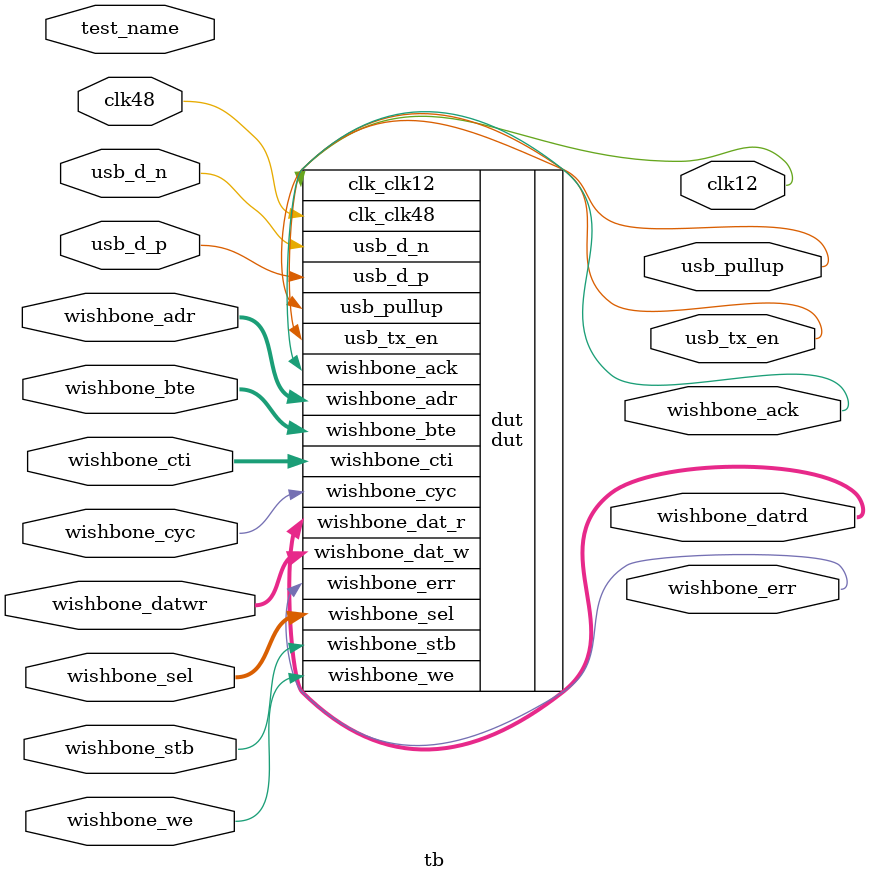
<source format=v>
`timescale 1ps / 1ps

module tb(
	input clk48,
	output clk12,
	inout usb_d_p,
	inout usb_d_n,
	output usb_pullup,
	output usb_tx_en,
	input [29:0] wishbone_adr,
	output [31:0] wishbone_datrd,
	input [31:0] wishbone_datwr,
	input [3:0] wishbone_sel,
	input wishbone_cyc,
	input wishbone_stb,
	output wishbone_ack,
	input wishbone_we,
	input [2:0] wishbone_cti,
	input [1:0] wishbone_bte,
	input [4095:0] test_name,
	output wishbone_err
);

dut dut (
	.clk_clk48(clk48),
	.clk_clk12(clk12),
	.usb_d_p(usb_d_p),
	.usb_d_n(usb_d_n),
	.usb_pullup(usb_pullup),
	.usb_tx_en(usb_tx_en),
	.wishbone_adr(wishbone_adr),
	.wishbone_dat_r(wishbone_datrd),
	.wishbone_dat_w(wishbone_datwr),
	.wishbone_sel(wishbone_sel),
	.wishbone_cyc(wishbone_cyc),
	.wishbone_stb(wishbone_stb),
	.wishbone_ack(wishbone_ack),
	.wishbone_we(wishbone_we),
	.wishbone_cti(wishbone_cti),
	.wishbone_bte(wishbone_bte),
	.wishbone_err(wishbone_err)
);

  // Dump waves
  initial begin
    $dumpfile("dump.vcd");
    $dumpvars(0, tb);
  end

endmodule

</source>
